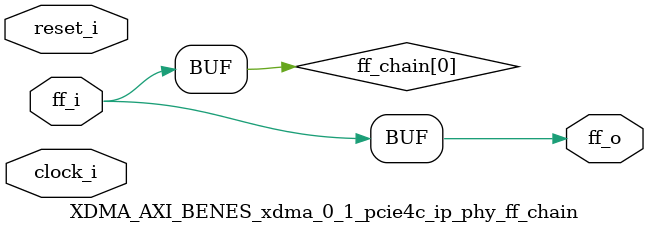
<source format=v>
/*****************************************************************************
** Description:
**    Flop Chain
**
******************************************************************************/

`timescale 1ps/1ps

`define AS_PHYREG(clk, reset, q, d, rstval)  \
   always @(posedge clk or posedge reset) begin \
      if (reset) \
         q  <= #(TCQ)   rstval;  \
      else  \
         q  <= #(TCQ)   d; \
   end

`define PHYREG(clk, reset, q, d, rstval)  \
   always @(posedge clk) begin \
      if (reset) \
         q  <= #(TCQ)   rstval;  \
      else  \
         q  <= #(TCQ)   d; \
   end

(* DowngradeIPIdentifiedWarnings = "yes" *)
module XDMA_AXI_BENES_xdma_0_1_pcie4c_ip_phy_ff_chain #(
   // Parameters
   parameter integer PIPELINE_STAGES   = 0,        // 0 = no pipeline; 1 = 1 stage; 2 = 2 stages; 3 = 3 stages
   parameter         ASYNC             = "FALSE",
   parameter integer FF_WIDTH          = 1,
   parameter integer RST_VAL           = 0,
   parameter integer TCQ               = 1
)  (   
   input  wire                         clock_i,          
   input  wire                         reset_i,           
   input  wire [FF_WIDTH-1:0]          ff_i,            
   output wire [FF_WIDTH-1:0]          ff_o        
   );

   genvar   var_i;

   reg   [FF_WIDTH-1:0]          ff_chain [PIPELINE_STAGES:0];

   always @(*) ff_chain[0] = ff_i;

generate
   if (PIPELINE_STAGES > 0) begin:  with_ff_chain
      for (var_i = 0; var_i < PIPELINE_STAGES; var_i = var_i + 1) begin: ff_chain_gen
         if (ASYNC == "TRUE") begin: async_rst
            `AS_PHYREG(clock_i, reset_i, ff_chain[var_i+1], ff_chain[var_i], RST_VAL)
         end else begin: sync_rst
            `PHYREG(clock_i, reset_i, ff_chain[var_i+1], ff_chain[var_i], RST_VAL)
         end
      end
   end
endgenerate

   assign ff_o = ff_chain[PIPELINE_STAGES];

endmodule

</source>
